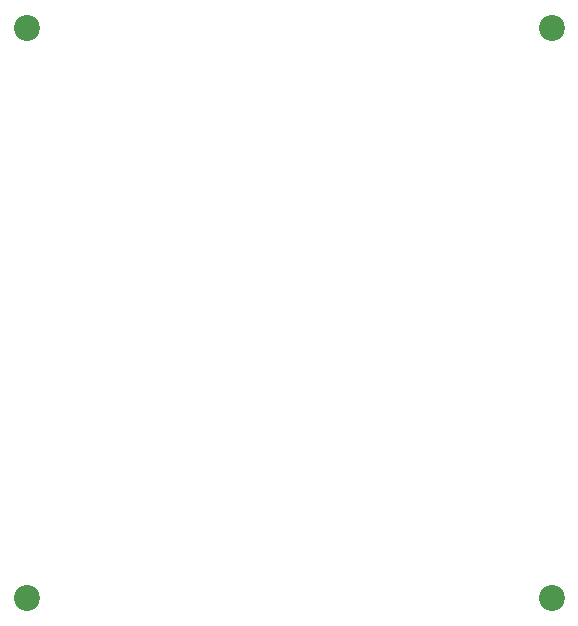
<source format=gbr>
%TF.GenerationSoftware,KiCad,Pcbnew,9.0.0*%
%TF.CreationDate,2025-03-09T13:55:59-07:00*%
%TF.ProjectId,server,73657276-6572-42e6-9b69-6361645f7063,v0.1*%
%TF.SameCoordinates,Original*%
%TF.FileFunction,NonPlated,1,2,NPTH,Drill*%
%TF.FilePolarity,Positive*%
%FSLAX46Y46*%
G04 Gerber Fmt 4.6, Leading zero omitted, Abs format (unit mm)*
G04 Created by KiCad (PCBNEW 9.0.0) date 2025-03-09 13:55:59*
%MOMM*%
%LPD*%
G01*
G04 APERTURE LIST*
%TA.AperFunction,ComponentDrill*%
%ADD10C,2.200000*%
%TD*%
G04 APERTURE END LIST*
D10*
%TO.C,REF\u002A\u002A*%
X17780000Y-17780000D03*
X17780000Y-66040000D03*
X62230000Y-17780000D03*
X62230000Y-66040000D03*
M02*

</source>
